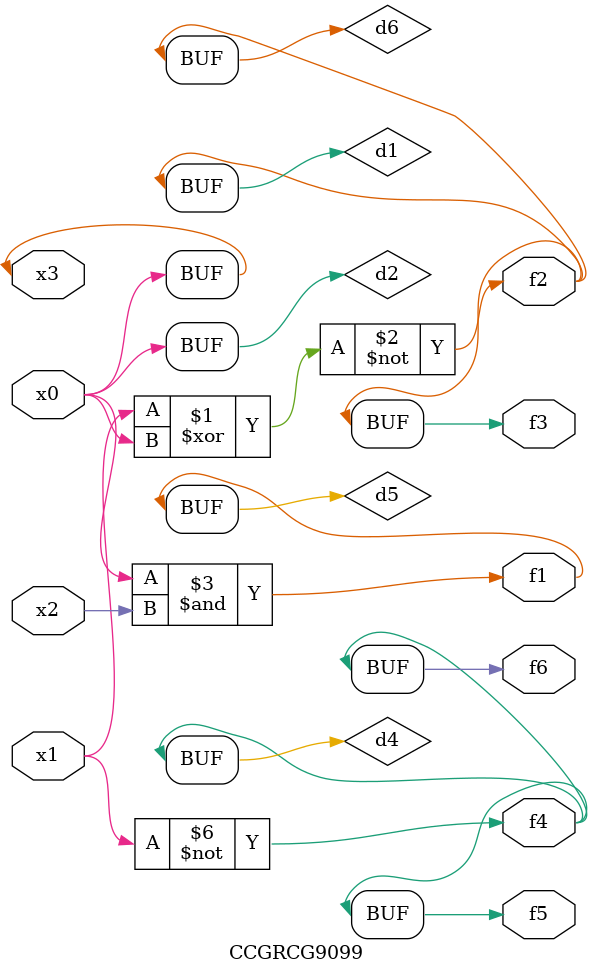
<source format=v>
module CCGRCG9099(
	input x0, x1, x2, x3,
	output f1, f2, f3, f4, f5, f6
);

	wire d1, d2, d3, d4, d5, d6;

	xnor (d1, x1, x3);
	buf (d2, x0, x3);
	nand (d3, x0, x2);
	not (d4, x1);
	nand (d5, d3);
	or (d6, d1);
	assign f1 = d5;
	assign f2 = d6;
	assign f3 = d6;
	assign f4 = d4;
	assign f5 = d4;
	assign f6 = d4;
endmodule

</source>
